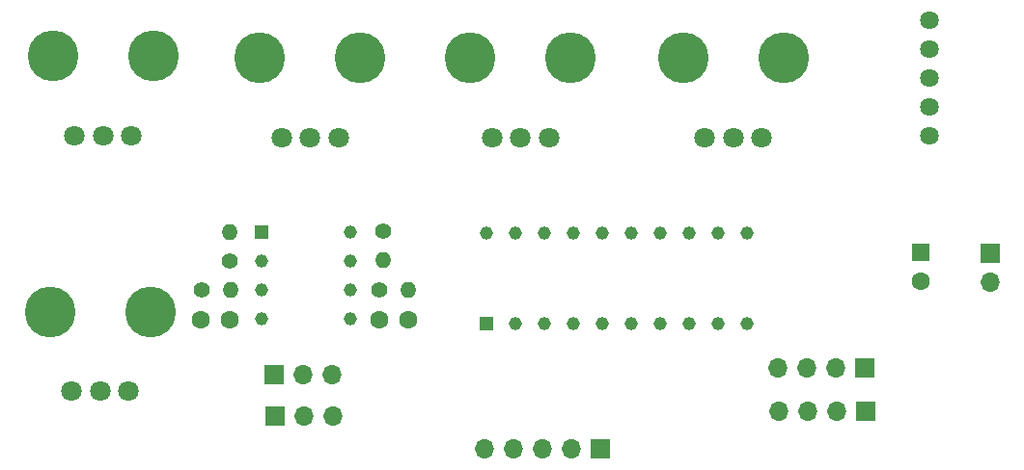
<source format=gts>
%TF.GenerationSoftware,KiCad,Pcbnew,8.0.8*%
%TF.CreationDate,2025-06-29T12:39:58+09:00*%
%TF.ProjectId,EGSeparate,45475365-7061-4726-9174-652e6b696361,rev?*%
%TF.SameCoordinates,Original*%
%TF.FileFunction,Soldermask,Top*%
%TF.FilePolarity,Negative*%
%FSLAX46Y46*%
G04 Gerber Fmt 4.6, Leading zero omitted, Abs format (unit mm)*
G04 Created by KiCad (PCBNEW 8.0.8) date 2025-06-29 12:39:58*
%MOMM*%
%LPD*%
G01*
G04 APERTURE LIST*
%ADD10C,1.800000*%
%ADD11C,4.455000*%
%ADD12R,1.159000X1.159000*%
%ADD13C,1.159000*%
%ADD14C,1.400000*%
%ADD15O,1.400000X1.400000*%
%ADD16R,1.600000X1.600000*%
%ADD17C,1.600000*%
%ADD18R,1.700000X1.700000*%
%ADD19O,1.700000X1.700000*%
%ADD20C,1.635000*%
G04 APERTURE END LIST*
D10*
%TO.C,VR5*%
X82630000Y-71374000D03*
X85130000Y-71374000D03*
X87630000Y-71374000D03*
D11*
X80730000Y-64374000D03*
X89530000Y-64374000D03*
%TD*%
D12*
%TO.C,IC2*%
X99314000Y-57404000D03*
D13*
X99314000Y-59944000D03*
X99314000Y-62484000D03*
X99314000Y-65024000D03*
X107124000Y-65024000D03*
X107124000Y-62484000D03*
X107124000Y-59944000D03*
X107124000Y-57404000D03*
%TD*%
D14*
%TO.C,R3*%
X109985000Y-57284000D03*
D15*
X109985000Y-59824000D03*
%TD*%
D10*
%TO.C,VR3*%
X119505000Y-49080000D03*
X122005000Y-49080000D03*
X124505000Y-49080000D03*
D11*
X117605000Y-42080000D03*
X126405000Y-42080000D03*
%TD*%
D16*
%TO.C,C3*%
X157099000Y-59182000D03*
D17*
X157099000Y-61682000D03*
%TD*%
D18*
%TO.C,J6*%
X100457000Y-73533000D03*
D19*
X102997000Y-73533000D03*
X105537000Y-73533000D03*
%TD*%
D14*
%TO.C,R1*%
X94033000Y-62441000D03*
D15*
X96573000Y-62441000D03*
%TD*%
D14*
%TO.C,R2*%
X109654000Y-62441000D03*
D15*
X112194000Y-62441000D03*
%TD*%
D10*
%TO.C,VR1*%
X82889000Y-48910000D03*
X85389000Y-48910000D03*
X87889000Y-48910000D03*
D11*
X80989000Y-41910000D03*
X89789000Y-41910000D03*
%TD*%
D17*
%TO.C,C1*%
X94003000Y-65108000D03*
X96503000Y-65108000D03*
%TD*%
D18*
%TO.C,J5*%
X100415000Y-69889000D03*
D19*
X102955000Y-69889000D03*
X105495000Y-69889000D03*
%TD*%
D18*
%TO.C,J1*%
X129032000Y-76454000D03*
D19*
X126492000Y-76454000D03*
X123952000Y-76454000D03*
X121412000Y-76454000D03*
X118872000Y-76454000D03*
%TD*%
D20*
%TO.C,SW1*%
X157861000Y-41275000D03*
X157861000Y-43815000D03*
X157861000Y-46355000D03*
X157861000Y-38735000D03*
X157861000Y-48895000D03*
%TD*%
D10*
%TO.C,VR4*%
X138174000Y-49080000D03*
X140674000Y-49080000D03*
X143174000Y-49080000D03*
D11*
X136274000Y-42080000D03*
X145074000Y-42080000D03*
%TD*%
D14*
%TO.C,R4*%
X96523000Y-59901000D03*
D15*
X96523000Y-57361000D03*
%TD*%
D18*
%TO.C,J4*%
X152273000Y-73152000D03*
D19*
X149733000Y-73152000D03*
X147193000Y-73152000D03*
X144653000Y-73152000D03*
%TD*%
D10*
%TO.C,VR2*%
X101045000Y-49052000D03*
X103545000Y-49052000D03*
X106045000Y-49052000D03*
D11*
X99145000Y-42052000D03*
X107945000Y-42052000D03*
%TD*%
D17*
%TO.C,C2*%
X109644000Y-65108000D03*
X112144000Y-65108000D03*
%TD*%
D12*
%TO.C,IC3*%
X118999000Y-65405000D03*
D13*
X121539000Y-65405000D03*
X124079000Y-65405000D03*
X126619000Y-65405000D03*
X129159000Y-65405000D03*
X131699000Y-65405000D03*
X134239000Y-65405000D03*
X136779000Y-65405000D03*
X139319000Y-65405000D03*
X141859000Y-65405000D03*
X141859000Y-57467000D03*
X139319000Y-57467000D03*
X136779000Y-57467000D03*
X134239000Y-57467000D03*
X131699000Y-57467000D03*
X129159000Y-57467000D03*
X126619000Y-57467000D03*
X124079000Y-57467000D03*
X121539000Y-57467000D03*
X118999000Y-57467000D03*
%TD*%
D18*
%TO.C,J2*%
X163217200Y-59248000D03*
D19*
X163217200Y-61788000D03*
%TD*%
D18*
%TO.C,J7*%
X152263000Y-69342000D03*
D19*
X149723000Y-69342000D03*
X147183000Y-69342000D03*
X144643000Y-69342000D03*
%TD*%
M02*

</source>
